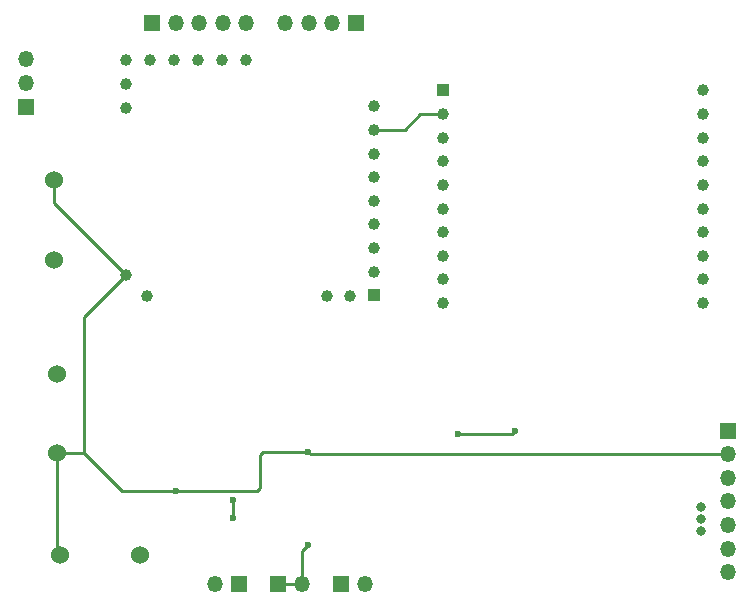
<source format=gbr>
G04 #@! TF.FileFunction,Copper,L2,Bot,Signal*
%FSLAX46Y46*%
G04 Gerber Fmt 4.6, Leading zero omitted, Abs format (unit mm)*
G04 Created by KiCad (PCBNEW 4.0.7-e2-6376~58~ubuntu16.04.1) date Thu Jun 21 09:26:38 2018*
%MOMM*%
%LPD*%
G01*
G04 APERTURE LIST*
%ADD10C,0.100000*%
%ADD11C,1.524000*%
%ADD12R,1.008000X1.008000*%
%ADD13C,1.008000*%
%ADD14C,0.800000*%
%ADD15R,1.350000X1.350000*%
%ADD16O,1.350000X1.350000*%
%ADD17C,0.600000*%
%ADD18C,0.250000*%
G04 APERTURE END LIST*
D10*
D11*
X106553000Y-85725000D03*
X106553000Y-92456000D03*
D12*
X133620000Y-95478000D03*
D13*
X133620000Y-93478000D03*
X133620000Y-91478000D03*
X133620000Y-89478000D03*
X133620000Y-87478000D03*
X133620000Y-85478000D03*
X133620000Y-83478000D03*
X133620000Y-81478000D03*
X133620000Y-79478000D03*
X131572000Y-95504000D03*
X129667000Y-95504000D03*
X112649000Y-75565000D03*
X112649000Y-77597000D03*
X112649000Y-79629000D03*
X114681000Y-75565000D03*
X116713000Y-75565000D03*
X118745000Y-75565000D03*
X120777000Y-75565000D03*
X122809000Y-75565000D03*
X114427000Y-95504000D03*
X112649000Y-93726000D03*
D14*
X161290000Y-113385600D03*
X161290000Y-114401600D03*
X161290000Y-115417600D03*
D11*
X106807000Y-108839000D03*
X106807000Y-102108000D03*
D15*
X132080000Y-72390000D03*
D16*
X130080000Y-72390000D03*
X128080000Y-72390000D03*
X126080000Y-72390000D03*
D15*
X122174000Y-119888000D03*
D16*
X120174000Y-119888000D03*
D15*
X125476000Y-119888000D03*
D16*
X127476000Y-119888000D03*
D15*
X130810000Y-119888000D03*
D16*
X132810000Y-119888000D03*
D11*
X107061000Y-117475000D03*
X113792000Y-117475000D03*
D15*
X163576000Y-106934000D03*
D16*
X163576000Y-108934000D03*
X163576000Y-110934000D03*
X163576000Y-112934000D03*
X163576000Y-114934000D03*
X163576000Y-116934000D03*
X163576000Y-118934000D03*
D12*
X139446000Y-78130400D03*
D13*
X139430000Y-80131000D03*
X139430000Y-82131000D03*
X139430000Y-84131000D03*
X139430000Y-86131000D03*
X139430000Y-88131000D03*
X139430000Y-90131000D03*
X139430000Y-92131000D03*
X139430000Y-94131000D03*
X139430000Y-96131000D03*
X161442400Y-78079600D03*
X161430000Y-80131000D03*
X161430000Y-82131000D03*
X161430000Y-84131000D03*
X161430000Y-86131000D03*
X161430000Y-88131000D03*
X161430000Y-90131000D03*
X161430000Y-92131000D03*
X161430000Y-94131000D03*
X161430000Y-96131000D03*
D15*
X104140000Y-79502000D03*
D16*
X104140000Y-77502000D03*
X104140000Y-75502000D03*
D15*
X114808000Y-72390000D03*
D16*
X116808000Y-72390000D03*
X118808000Y-72390000D03*
X120808000Y-72390000D03*
X122808000Y-72390000D03*
D17*
X121666000Y-114300000D03*
X121666000Y-112776000D03*
X128016000Y-108712000D03*
X128016000Y-116586000D03*
X116840000Y-112014000D03*
X140716000Y-107188000D03*
X145542000Y-106934000D03*
D18*
X133620000Y-81478000D02*
X136200000Y-81478000D01*
X137547000Y-80131000D02*
X139430000Y-80131000D01*
X136200000Y-81478000D02*
X137547000Y-80131000D01*
X133620000Y-79478000D02*
X133834000Y-79478000D01*
X121666000Y-112776000D02*
X121666000Y-114300000D01*
X106553000Y-85725000D02*
X106553000Y-87630000D01*
X106553000Y-87630000D02*
X112649000Y-93726000D01*
X116840000Y-112014000D02*
X123698000Y-112014000D01*
X124206000Y-108712000D02*
X128016000Y-108712000D01*
X123952000Y-108966000D02*
X124206000Y-108712000D01*
X123952000Y-111760000D02*
X123952000Y-108966000D01*
X123698000Y-112014000D02*
X123952000Y-111760000D01*
X128238000Y-108934000D02*
X128016000Y-108712000D01*
X109093000Y-108839000D02*
X109093000Y-97282000D01*
X109093000Y-97282000D02*
X112649000Y-93726000D01*
X125476000Y-119888000D02*
X127476000Y-119888000D01*
X127476000Y-117126000D02*
X127476000Y-119888000D01*
X128016000Y-116586000D02*
X127476000Y-117126000D01*
X106807000Y-108839000D02*
X106807000Y-117221000D01*
X106807000Y-117221000D02*
X107061000Y-117475000D01*
X163576000Y-108934000D02*
X128238000Y-108934000D01*
X106807000Y-108839000D02*
X109093000Y-108839000D01*
X109093000Y-108839000D02*
X112268000Y-112014000D01*
X112268000Y-112014000D02*
X116840000Y-112014000D01*
X107315000Y-117221000D02*
X107061000Y-117475000D01*
X107188000Y-108458000D02*
X106807000Y-108839000D01*
X145288000Y-107188000D02*
X140716000Y-107188000D01*
X145542000Y-106934000D02*
X145288000Y-107188000D01*
M02*

</source>
